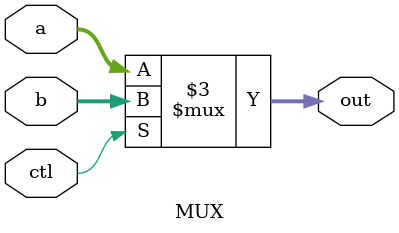
<source format=v>
`timescale 1ns / 1ps
`include "cpu_constant.v"

module MUX(out, a, b, ctl);
parameter NBitS = 32, CBit = 1;
output [NBitS - 1 : 0] out;reg [NBitS - 1 : 0] out;
input [NBitS - 1 : 0] a, b;
input [CBit - 1 : 0] ctl;
always @(*) begin
    case (ctl)
        1'b1 :  out = b;
        default : out = a;
    endcase
end
endmodule

</source>
